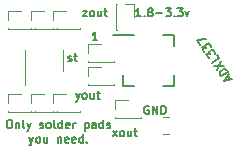
<source format=gto>
G04 #@! TF.GenerationSoftware,KiCad,Pcbnew,5.0.2+dfsg1-1~bpo9+1*
G04 #@! TF.CreationDate,2020-04-14T03:04:13-04:00*
G04 #@! TF.ProjectId,accel,61636365-6c2e-46b6-9963-61645f706362,0.10.a*
G04 #@! TF.SameCoordinates,Original*
G04 #@! TF.FileFunction,Legend,Top*
G04 #@! TF.FilePolarity,Positive*
%FSLAX46Y46*%
G04 Gerber Fmt 4.6, Leading zero omitted, Abs format (unit mm)*
G04 Created by KiCad (PCBNEW 5.0.2+dfsg1-1~bpo9+1) date Tue 14 Apr 2020 03:04:13 AM EDT*
%MOMM*%
%LPD*%
G01*
G04 APERTURE LIST*
%ADD10C,0.175000*%
%ADD11C,0.120000*%
%ADD12C,0.150000*%
%ADD13O,1.700000X1.700000*%
%ADD14O,1.000000X1.000000*%
%ADD15C,4.300000*%
%ADD16R,0.650000X1.560000*%
%ADD17O,2.000000X0.250000*%
%ADD18O,0.250000X2.000000*%
%ADD19C,0.975000*%
G04 APERTURE END LIST*
D10*
X42646666Y-64420000D02*
X42580000Y-64386666D01*
X42480000Y-64386666D01*
X42380000Y-64420000D01*
X42313333Y-64486666D01*
X42280000Y-64553333D01*
X42246666Y-64686666D01*
X42246666Y-64786666D01*
X42280000Y-64920000D01*
X42313333Y-64986666D01*
X42380000Y-65053333D01*
X42480000Y-65086666D01*
X42546666Y-65086666D01*
X42646666Y-65053333D01*
X42680000Y-65020000D01*
X42680000Y-64786666D01*
X42546666Y-64786666D01*
X42980000Y-65086666D02*
X42980000Y-64386666D01*
X43380000Y-65086666D01*
X43380000Y-64386666D01*
X43713333Y-65086666D02*
X43713333Y-64386666D01*
X43880000Y-64386666D01*
X43980000Y-64420000D01*
X44046666Y-64486666D01*
X44080000Y-64553333D01*
X44113333Y-64686666D01*
X44113333Y-64786666D01*
X44080000Y-64920000D01*
X44046666Y-64986666D01*
X43980000Y-65053333D01*
X43880000Y-65086666D01*
X43713333Y-65086666D01*
X41981666Y-56831666D02*
X41581666Y-56831666D01*
X41781666Y-56831666D02*
X41781666Y-56131666D01*
X41715000Y-56231666D01*
X41648333Y-56298333D01*
X41581666Y-56331666D01*
X42281666Y-56765000D02*
X42315000Y-56798333D01*
X42281666Y-56831666D01*
X42248333Y-56798333D01*
X42281666Y-56765000D01*
X42281666Y-56831666D01*
X42715000Y-56431666D02*
X42648333Y-56398333D01*
X42615000Y-56365000D01*
X42581666Y-56298333D01*
X42581666Y-56265000D01*
X42615000Y-56198333D01*
X42648333Y-56165000D01*
X42715000Y-56131666D01*
X42848333Y-56131666D01*
X42915000Y-56165000D01*
X42948333Y-56198333D01*
X42981666Y-56265000D01*
X42981666Y-56298333D01*
X42948333Y-56365000D01*
X42915000Y-56398333D01*
X42848333Y-56431666D01*
X42715000Y-56431666D01*
X42648333Y-56465000D01*
X42615000Y-56498333D01*
X42581666Y-56565000D01*
X42581666Y-56698333D01*
X42615000Y-56765000D01*
X42648333Y-56798333D01*
X42715000Y-56831666D01*
X42848333Y-56831666D01*
X42915000Y-56798333D01*
X42948333Y-56765000D01*
X42981666Y-56698333D01*
X42981666Y-56565000D01*
X42948333Y-56498333D01*
X42915000Y-56465000D01*
X42848333Y-56431666D01*
X43281666Y-56565000D02*
X43815000Y-56565000D01*
X44081666Y-56131666D02*
X44515000Y-56131666D01*
X44281666Y-56398333D01*
X44381666Y-56398333D01*
X44448333Y-56431666D01*
X44481666Y-56465000D01*
X44515000Y-56531666D01*
X44515000Y-56698333D01*
X44481666Y-56765000D01*
X44448333Y-56798333D01*
X44381666Y-56831666D01*
X44181666Y-56831666D01*
X44115000Y-56798333D01*
X44081666Y-56765000D01*
X44815000Y-56765000D02*
X44848333Y-56798333D01*
X44815000Y-56831666D01*
X44781666Y-56798333D01*
X44815000Y-56765000D01*
X44815000Y-56831666D01*
X45081666Y-56131666D02*
X45515000Y-56131666D01*
X45281666Y-56398333D01*
X45381666Y-56398333D01*
X45448333Y-56431666D01*
X45481666Y-56465000D01*
X45515000Y-56531666D01*
X45515000Y-56698333D01*
X45481666Y-56765000D01*
X45448333Y-56798333D01*
X45381666Y-56831666D01*
X45181666Y-56831666D01*
X45115000Y-56798333D01*
X45081666Y-56765000D01*
X45748333Y-56365000D02*
X45915000Y-56831666D01*
X46081666Y-56365000D01*
X37083333Y-56365000D02*
X37450000Y-56365000D01*
X37083333Y-56831666D01*
X37450000Y-56831666D01*
X37816666Y-56831666D02*
X37750000Y-56798333D01*
X37716666Y-56765000D01*
X37683333Y-56698333D01*
X37683333Y-56498333D01*
X37716666Y-56431666D01*
X37750000Y-56398333D01*
X37816666Y-56365000D01*
X37916666Y-56365000D01*
X37983333Y-56398333D01*
X38016666Y-56431666D01*
X38050000Y-56498333D01*
X38050000Y-56698333D01*
X38016666Y-56765000D01*
X37983333Y-56798333D01*
X37916666Y-56831666D01*
X37816666Y-56831666D01*
X38650000Y-56365000D02*
X38650000Y-56831666D01*
X38350000Y-56365000D02*
X38350000Y-56731666D01*
X38383333Y-56798333D01*
X38450000Y-56831666D01*
X38550000Y-56831666D01*
X38616666Y-56798333D01*
X38650000Y-56765000D01*
X38883333Y-56365000D02*
X39150000Y-56365000D01*
X38983333Y-56131666D02*
X38983333Y-56731666D01*
X39016666Y-56798333D01*
X39083333Y-56831666D01*
X39150000Y-56831666D01*
X39623333Y-66991666D02*
X39990000Y-66525000D01*
X39623333Y-66525000D02*
X39990000Y-66991666D01*
X40356666Y-66991666D02*
X40290000Y-66958333D01*
X40256666Y-66925000D01*
X40223333Y-66858333D01*
X40223333Y-66658333D01*
X40256666Y-66591666D01*
X40290000Y-66558333D01*
X40356666Y-66525000D01*
X40456666Y-66525000D01*
X40523333Y-66558333D01*
X40556666Y-66591666D01*
X40590000Y-66658333D01*
X40590000Y-66858333D01*
X40556666Y-66925000D01*
X40523333Y-66958333D01*
X40456666Y-66991666D01*
X40356666Y-66991666D01*
X41190000Y-66525000D02*
X41190000Y-66991666D01*
X40890000Y-66525000D02*
X40890000Y-66891666D01*
X40923333Y-66958333D01*
X40990000Y-66991666D01*
X41090000Y-66991666D01*
X41156666Y-66958333D01*
X41190000Y-66925000D01*
X41423333Y-66525000D02*
X41690000Y-66525000D01*
X41523333Y-66291666D02*
X41523333Y-66891666D01*
X41556666Y-66958333D01*
X41623333Y-66991666D01*
X41690000Y-66991666D01*
X36465000Y-63350000D02*
X36631666Y-63816666D01*
X36798333Y-63350000D02*
X36631666Y-63816666D01*
X36565000Y-63983333D01*
X36531666Y-64016666D01*
X36465000Y-64050000D01*
X37165000Y-63816666D02*
X37098333Y-63783333D01*
X37065000Y-63750000D01*
X37031666Y-63683333D01*
X37031666Y-63483333D01*
X37065000Y-63416666D01*
X37098333Y-63383333D01*
X37165000Y-63350000D01*
X37265000Y-63350000D01*
X37331666Y-63383333D01*
X37365000Y-63416666D01*
X37398333Y-63483333D01*
X37398333Y-63683333D01*
X37365000Y-63750000D01*
X37331666Y-63783333D01*
X37265000Y-63816666D01*
X37165000Y-63816666D01*
X37998333Y-63350000D02*
X37998333Y-63816666D01*
X37698333Y-63350000D02*
X37698333Y-63716666D01*
X37731666Y-63783333D01*
X37798333Y-63816666D01*
X37898333Y-63816666D01*
X37965000Y-63783333D01*
X37998333Y-63750000D01*
X38231666Y-63350000D02*
X38498333Y-63350000D01*
X38331666Y-63116666D02*
X38331666Y-63716666D01*
X38365000Y-63783333D01*
X38431666Y-63816666D01*
X38498333Y-63816666D01*
X35845000Y-60608333D02*
X35911666Y-60641666D01*
X36045000Y-60641666D01*
X36111666Y-60608333D01*
X36145000Y-60541666D01*
X36145000Y-60508333D01*
X36111666Y-60441666D01*
X36045000Y-60408333D01*
X35945000Y-60408333D01*
X35878333Y-60375000D01*
X35845000Y-60308333D01*
X35845000Y-60275000D01*
X35878333Y-60208333D01*
X35945000Y-60175000D01*
X36045000Y-60175000D01*
X36111666Y-60208333D01*
X36345000Y-60175000D02*
X36611666Y-60175000D01*
X36445000Y-59941666D02*
X36445000Y-60541666D01*
X36478333Y-60608333D01*
X36545000Y-60641666D01*
X36611666Y-60641666D01*
X49534752Y-62166563D02*
X49350773Y-61888601D01*
X49738325Y-62111768D02*
X49025819Y-62303551D01*
X49480754Y-61722622D01*
X49351969Y-61528048D02*
X48768249Y-61914404D01*
X48676259Y-61775423D01*
X48648862Y-61673637D01*
X48667658Y-61581248D01*
X48704853Y-61516656D01*
X48797640Y-61415269D01*
X48881028Y-61360075D01*
X49010611Y-61314280D01*
X49084601Y-61305280D01*
X49176989Y-61324077D01*
X49259979Y-61389067D01*
X49351969Y-61528048D01*
X48418689Y-61386276D02*
X48744838Y-60610774D01*
X48161118Y-60997130D02*
X49002409Y-60999921D01*
X48413676Y-60110442D02*
X48597655Y-60388404D01*
X48013935Y-60774760D01*
X47737966Y-60357817D02*
X47498794Y-59996467D01*
X47849949Y-60043857D01*
X47794755Y-59960468D01*
X47785755Y-59886478D01*
X47795154Y-59840284D01*
X47832348Y-59775692D01*
X47971329Y-59683702D01*
X48045319Y-59674703D01*
X48091513Y-59684101D01*
X48156105Y-59721296D01*
X48266493Y-59888073D01*
X48275492Y-59962063D01*
X48266094Y-60008257D01*
X47370008Y-59801893D02*
X47130836Y-59440543D01*
X47481991Y-59487933D01*
X47426797Y-59404544D01*
X47417797Y-59330554D01*
X47427196Y-59284360D01*
X47464390Y-59219768D01*
X47603371Y-59127779D01*
X47677361Y-59118779D01*
X47723555Y-59128177D01*
X47788147Y-59165372D01*
X47898535Y-59332149D01*
X47907534Y-59406139D01*
X47898136Y-59452333D01*
X47002050Y-59245969D02*
X46744480Y-58856823D01*
X47493781Y-58720633D01*
X30797233Y-65590266D02*
X30930566Y-65590266D01*
X30997233Y-65623600D01*
X31063900Y-65690266D01*
X31097233Y-65823600D01*
X31097233Y-66056933D01*
X31063900Y-66190266D01*
X30997233Y-66256933D01*
X30930566Y-66290266D01*
X30797233Y-66290266D01*
X30730566Y-66256933D01*
X30663900Y-66190266D01*
X30630566Y-66056933D01*
X30630566Y-65823600D01*
X30663900Y-65690266D01*
X30730566Y-65623600D01*
X30797233Y-65590266D01*
X31397233Y-65823600D02*
X31397233Y-66290266D01*
X31397233Y-65890266D02*
X31430566Y-65856933D01*
X31497233Y-65823600D01*
X31597233Y-65823600D01*
X31663900Y-65856933D01*
X31697233Y-65923600D01*
X31697233Y-66290266D01*
X32130566Y-66290266D02*
X32063900Y-66256933D01*
X32030566Y-66190266D01*
X32030566Y-65590266D01*
X32330566Y-65823600D02*
X32497233Y-66290266D01*
X32663900Y-65823600D02*
X32497233Y-66290266D01*
X32430566Y-66456933D01*
X32397233Y-66490266D01*
X32330566Y-66523600D01*
X33430566Y-66256933D02*
X33497233Y-66290266D01*
X33630566Y-66290266D01*
X33697233Y-66256933D01*
X33730566Y-66190266D01*
X33730566Y-66156933D01*
X33697233Y-66090266D01*
X33630566Y-66056933D01*
X33530566Y-66056933D01*
X33463899Y-66023600D01*
X33430566Y-65956933D01*
X33430566Y-65923600D01*
X33463899Y-65856933D01*
X33530566Y-65823600D01*
X33630566Y-65823600D01*
X33697233Y-65856933D01*
X34130566Y-66290266D02*
X34063900Y-66256933D01*
X34030566Y-66223600D01*
X33997233Y-66156933D01*
X33997233Y-65956933D01*
X34030566Y-65890266D01*
X34063900Y-65856933D01*
X34130566Y-65823600D01*
X34230566Y-65823600D01*
X34297233Y-65856933D01*
X34330566Y-65890266D01*
X34363900Y-65956933D01*
X34363900Y-66156933D01*
X34330566Y-66223600D01*
X34297233Y-66256933D01*
X34230566Y-66290266D01*
X34130566Y-66290266D01*
X34763900Y-66290266D02*
X34697233Y-66256933D01*
X34663900Y-66190266D01*
X34663900Y-65590266D01*
X35330566Y-66290266D02*
X35330566Y-65590266D01*
X35330566Y-66256933D02*
X35263900Y-66290266D01*
X35130566Y-66290266D01*
X35063900Y-66256933D01*
X35030566Y-66223600D01*
X34997233Y-66156933D01*
X34997233Y-65956933D01*
X35030566Y-65890266D01*
X35063900Y-65856933D01*
X35130566Y-65823600D01*
X35263900Y-65823600D01*
X35330566Y-65856933D01*
X35930566Y-66256933D02*
X35863900Y-66290266D01*
X35730566Y-66290266D01*
X35663900Y-66256933D01*
X35630566Y-66190266D01*
X35630566Y-65923600D01*
X35663900Y-65856933D01*
X35730566Y-65823600D01*
X35863900Y-65823600D01*
X35930566Y-65856933D01*
X35963900Y-65923600D01*
X35963900Y-65990266D01*
X35630566Y-66056933D01*
X36263900Y-66290266D02*
X36263900Y-65823600D01*
X36263900Y-65956933D02*
X36297233Y-65890266D01*
X36330566Y-65856933D01*
X36397233Y-65823600D01*
X36463900Y-65823600D01*
X37230566Y-65823600D02*
X37230566Y-66523600D01*
X37230566Y-65856933D02*
X37297233Y-65823600D01*
X37430566Y-65823600D01*
X37497233Y-65856933D01*
X37530566Y-65890266D01*
X37563900Y-65956933D01*
X37563900Y-66156933D01*
X37530566Y-66223600D01*
X37497233Y-66256933D01*
X37430566Y-66290266D01*
X37297233Y-66290266D01*
X37230566Y-66256933D01*
X38163900Y-66290266D02*
X38163900Y-65923600D01*
X38130566Y-65856933D01*
X38063900Y-65823600D01*
X37930566Y-65823600D01*
X37863900Y-65856933D01*
X38163900Y-66256933D02*
X38097233Y-66290266D01*
X37930566Y-66290266D01*
X37863900Y-66256933D01*
X37830566Y-66190266D01*
X37830566Y-66123600D01*
X37863900Y-66056933D01*
X37930566Y-66023600D01*
X38097233Y-66023600D01*
X38163900Y-65990266D01*
X38797233Y-66290266D02*
X38797233Y-65590266D01*
X38797233Y-66256933D02*
X38730566Y-66290266D01*
X38597233Y-66290266D01*
X38530566Y-66256933D01*
X38497233Y-66223600D01*
X38463900Y-66156933D01*
X38463900Y-65956933D01*
X38497233Y-65890266D01*
X38530566Y-65856933D01*
X38597233Y-65823600D01*
X38730566Y-65823600D01*
X38797233Y-65856933D01*
X39097233Y-66256933D02*
X39163900Y-66290266D01*
X39297233Y-66290266D01*
X39363900Y-66256933D01*
X39397233Y-66190266D01*
X39397233Y-66156933D01*
X39363900Y-66090266D01*
X39297233Y-66056933D01*
X39197233Y-66056933D01*
X39130566Y-66023600D01*
X39097233Y-65956933D01*
X39097233Y-65923600D01*
X39130566Y-65856933D01*
X39197233Y-65823600D01*
X39297233Y-65823600D01*
X39363900Y-65856933D01*
X32547233Y-67048600D02*
X32713900Y-67515266D01*
X32880566Y-67048600D02*
X32713900Y-67515266D01*
X32647233Y-67681933D01*
X32613900Y-67715266D01*
X32547233Y-67748600D01*
X33247233Y-67515266D02*
X33180566Y-67481933D01*
X33147233Y-67448600D01*
X33113900Y-67381933D01*
X33113900Y-67181933D01*
X33147233Y-67115266D01*
X33180566Y-67081933D01*
X33247233Y-67048600D01*
X33347233Y-67048600D01*
X33413900Y-67081933D01*
X33447233Y-67115266D01*
X33480566Y-67181933D01*
X33480566Y-67381933D01*
X33447233Y-67448600D01*
X33413900Y-67481933D01*
X33347233Y-67515266D01*
X33247233Y-67515266D01*
X34080566Y-67048600D02*
X34080566Y-67515266D01*
X33780566Y-67048600D02*
X33780566Y-67415266D01*
X33813900Y-67481933D01*
X33880566Y-67515266D01*
X33980566Y-67515266D01*
X34047233Y-67481933D01*
X34080566Y-67448600D01*
X34947233Y-67048600D02*
X34947233Y-67515266D01*
X34947233Y-67115266D02*
X34980566Y-67081933D01*
X35047233Y-67048600D01*
X35147233Y-67048600D01*
X35213900Y-67081933D01*
X35247233Y-67148600D01*
X35247233Y-67515266D01*
X35847233Y-67481933D02*
X35780566Y-67515266D01*
X35647233Y-67515266D01*
X35580566Y-67481933D01*
X35547233Y-67415266D01*
X35547233Y-67148600D01*
X35580566Y-67081933D01*
X35647233Y-67048600D01*
X35780566Y-67048600D01*
X35847233Y-67081933D01*
X35880566Y-67148600D01*
X35880566Y-67215266D01*
X35547233Y-67281933D01*
X36447233Y-67481933D02*
X36380566Y-67515266D01*
X36247233Y-67515266D01*
X36180566Y-67481933D01*
X36147233Y-67415266D01*
X36147233Y-67148600D01*
X36180566Y-67081933D01*
X36247233Y-67048600D01*
X36380566Y-67048600D01*
X36447233Y-67081933D01*
X36480566Y-67148600D01*
X36480566Y-67215266D01*
X36147233Y-67281933D01*
X37080566Y-67515266D02*
X37080566Y-66815266D01*
X37080566Y-67481933D02*
X37013900Y-67515266D01*
X36880566Y-67515266D01*
X36813900Y-67481933D01*
X36780566Y-67448600D01*
X36747233Y-67381933D01*
X36747233Y-67181933D01*
X36780566Y-67115266D01*
X36813900Y-67081933D01*
X36880566Y-67048600D01*
X37013900Y-67048600D01*
X37080566Y-67081933D01*
X37413900Y-67448600D02*
X37447233Y-67481933D01*
X37413900Y-67515266D01*
X37380566Y-67481933D01*
X37413900Y-67448600D01*
X37413900Y-67515266D01*
X38300000Y-58863666D02*
X37900000Y-58863666D01*
X38100000Y-58863666D02*
X38100000Y-58163666D01*
X38033333Y-58263666D01*
X37966666Y-58330333D01*
X37900000Y-58363666D01*
D11*
G04 #@! TO.C,REF\002A\002A*
X37498000Y-60704000D02*
X39718000Y-60704000D01*
X37498000Y-60704000D02*
X37498000Y-60639000D01*
X39718000Y-60704000D02*
X39718000Y-60639000D01*
X37498000Y-60704000D02*
X38044529Y-60704000D01*
X39171471Y-60704000D02*
X39718000Y-60704000D01*
X37498000Y-59944000D02*
X37498000Y-59184000D01*
X37498000Y-59184000D02*
X38608000Y-59184000D01*
X41400000Y-55786000D02*
X41400000Y-56896000D01*
X40640000Y-55786000D02*
X41400000Y-55786000D01*
X39880000Y-57459471D02*
X39880000Y-58006000D01*
X39880000Y-55786000D02*
X39880000Y-56332529D01*
X39880000Y-58006000D02*
X39945000Y-58006000D01*
X39880000Y-55786000D02*
X39945000Y-55786000D01*
X39880000Y-55786000D02*
X39880000Y-58006000D01*
X39784000Y-65403000D02*
X42004000Y-65403000D01*
X39784000Y-65403000D02*
X39784000Y-65338000D01*
X42004000Y-65403000D02*
X42004000Y-65338000D01*
X39784000Y-65403000D02*
X40330529Y-65403000D01*
X41457471Y-65403000D02*
X42004000Y-65403000D01*
X39784000Y-64643000D02*
X39784000Y-63883000D01*
X39784000Y-63883000D02*
X40894000Y-63883000D01*
X37498000Y-62609000D02*
X39718000Y-62609000D01*
X37498000Y-62609000D02*
X37498000Y-62544000D01*
X39718000Y-62609000D02*
X39718000Y-62544000D01*
X37498000Y-62609000D02*
X38044529Y-62609000D01*
X39171471Y-62609000D02*
X39718000Y-62609000D01*
X37498000Y-61849000D02*
X37498000Y-61089000D01*
X37498000Y-61089000D02*
X38608000Y-61089000D01*
X34577000Y-56390000D02*
X35687000Y-56390000D01*
X34577000Y-57150000D02*
X34577000Y-56390000D01*
X36250471Y-57910000D02*
X36797000Y-57910000D01*
X34577000Y-57910000D02*
X35123529Y-57910000D01*
X36797000Y-57910000D02*
X36797000Y-57845000D01*
X34577000Y-57910000D02*
X34577000Y-57845000D01*
X34577000Y-57910000D02*
X36797000Y-57910000D01*
X32672000Y-57910000D02*
X34892000Y-57910000D01*
X32672000Y-57910000D02*
X32672000Y-57845000D01*
X34892000Y-57910000D02*
X34892000Y-57845000D01*
X32672000Y-57910000D02*
X33218529Y-57910000D01*
X34345471Y-57910000D02*
X34892000Y-57910000D01*
X32672000Y-57150000D02*
X32672000Y-56390000D01*
X32672000Y-56390000D02*
X33782000Y-56390000D01*
X30767000Y-56390000D02*
X31877000Y-56390000D01*
X30767000Y-57150000D02*
X30767000Y-56390000D01*
X32440471Y-57910000D02*
X32987000Y-57910000D01*
X30767000Y-57910000D02*
X31313529Y-57910000D01*
X32987000Y-57910000D02*
X32987000Y-57845000D01*
X30767000Y-57910000D02*
X30767000Y-57845000D01*
X30767000Y-57910000D02*
X32987000Y-57910000D01*
X34577000Y-64895000D02*
X36797000Y-64895000D01*
X34577000Y-64895000D02*
X34577000Y-64830000D01*
X36797000Y-64895000D02*
X36797000Y-64830000D01*
X34577000Y-64895000D02*
X35123529Y-64895000D01*
X36250471Y-64895000D02*
X36797000Y-64895000D01*
X34577000Y-64135000D02*
X34577000Y-63375000D01*
X34577000Y-63375000D02*
X35687000Y-63375000D01*
X32672000Y-63375000D02*
X33782000Y-63375000D01*
X32672000Y-64135000D02*
X32672000Y-63375000D01*
X34345471Y-64895000D02*
X34892000Y-64895000D01*
X32672000Y-64895000D02*
X33218529Y-64895000D01*
X34892000Y-64895000D02*
X34892000Y-64830000D01*
X32672000Y-64895000D02*
X32672000Y-64830000D01*
X32672000Y-64895000D02*
X34892000Y-64895000D01*
X30767000Y-64895000D02*
X32987000Y-64895000D01*
X30767000Y-64895000D02*
X30767000Y-64830000D01*
X32987000Y-64895000D02*
X32987000Y-64830000D01*
X30767000Y-64895000D02*
X31313529Y-64895000D01*
X32440471Y-64895000D02*
X32987000Y-64895000D01*
X30767000Y-64135000D02*
X30767000Y-63375000D01*
X30767000Y-63375000D02*
X31877000Y-63375000D01*
X32172000Y-59679000D02*
X32172000Y-62629000D01*
X35392000Y-61479000D02*
X35392000Y-59679000D01*
D12*
G04 #@! TO.C,REF353*
X43890000Y-58425000D02*
X44790000Y-58425000D01*
X44790000Y-58425000D02*
X44790000Y-59325000D01*
X43890000Y-62725000D02*
X44790000Y-62725000D01*
X44790000Y-62725000D02*
X44790000Y-61825000D01*
X41390000Y-62725000D02*
X40490000Y-62725000D01*
X40490000Y-62725000D02*
X40490000Y-61825000D01*
X41390000Y-58425000D02*
X39640000Y-58425000D01*
D11*
G04 #@! TO.C,REF\002A\002A*
X43858922Y-66750000D02*
X44376078Y-66750000D01*
X43858922Y-65330000D02*
X44376078Y-65330000D01*
G04 #@! TD*
%LPC*%
D13*
G04 #@! TO.C,REF\002A\002A*
X33020000Y-69215000D03*
G04 #@! TD*
G04 #@! TO.C,REF\002A\002A*
X35560000Y-69215000D03*
G04 #@! TD*
G04 #@! TO.C,REF\002A\002A*
X45720000Y-69215000D03*
G04 #@! TD*
G04 #@! TO.C,REF\002A\002A*
X43180000Y-69215000D03*
G04 #@! TD*
G04 #@! TO.C,REF\002A\002A*
X40640000Y-69215000D03*
G04 #@! TD*
D14*
G04 #@! TO.C,REF\002A\002A*
X38608000Y-59944000D03*
G04 #@! TD*
G04 #@! TO.C,REF\002A\002A*
X40640000Y-56896000D03*
G04 #@! TD*
G04 #@! TO.C,REF\002A\002A*
X40894000Y-64643000D03*
G04 #@! TD*
G04 #@! TO.C,REF\002A\002A*
X38608000Y-61849000D03*
G04 #@! TD*
G04 #@! TO.C,REF\002A\002A*
X35687000Y-57150000D03*
G04 #@! TD*
G04 #@! TO.C,REF\002A\002A*
X33782000Y-57150000D03*
G04 #@! TD*
G04 #@! TO.C,REF\002A\002A*
X31877000Y-57150000D03*
G04 #@! TD*
G04 #@! TO.C,REF\002A\002A*
X35687000Y-64135000D03*
G04 #@! TD*
G04 #@! TO.C,REF\002A\002A*
X33782000Y-64135000D03*
G04 #@! TD*
G04 #@! TO.C,REF\002A\002A*
X31877000Y-64135000D03*
G04 #@! TD*
D15*
G04 #@! TO.C,REF\002A\002A*
X49022000Y-65786000D03*
G04 #@! TD*
D16*
G04 #@! TO.C,REF\002A\002A*
X33782000Y-59229000D03*
X32832000Y-59229000D03*
X34732000Y-59229000D03*
X34732000Y-61929000D03*
X33782000Y-61929000D03*
X32832000Y-61929000D03*
G04 #@! TD*
D17*
G04 #@! TO.C,REF353*
X40640000Y-59825000D03*
X40640000Y-60325000D03*
X40640000Y-60825000D03*
X40640000Y-61325000D03*
D18*
X41890000Y-62575000D03*
X42390000Y-62575000D03*
X42890000Y-62575000D03*
X43390000Y-62575000D03*
D17*
X44640000Y-61325000D03*
X44640000Y-60825000D03*
X44640000Y-60325000D03*
X44640000Y-59825000D03*
D18*
X43390000Y-58575000D03*
X42890000Y-58575000D03*
X42390000Y-58575000D03*
X41890000Y-58575000D03*
G04 #@! TD*
D13*
G04 #@! TO.C,REF\002A\002A*
X38100000Y-69215000D03*
G04 #@! TD*
D12*
G04 #@! TO.C,REF\002A\002A*
G36*
X45322642Y-65341174D02*
X45346303Y-65344684D01*
X45369507Y-65350496D01*
X45392029Y-65358554D01*
X45413653Y-65368782D01*
X45434170Y-65381079D01*
X45453383Y-65395329D01*
X45471107Y-65411393D01*
X45487171Y-65429117D01*
X45501421Y-65448330D01*
X45513718Y-65468847D01*
X45523946Y-65490471D01*
X45532004Y-65512993D01*
X45537816Y-65536197D01*
X45541326Y-65559858D01*
X45542500Y-65583750D01*
X45542500Y-66496250D01*
X45541326Y-66520142D01*
X45537816Y-66543803D01*
X45532004Y-66567007D01*
X45523946Y-66589529D01*
X45513718Y-66611153D01*
X45501421Y-66631670D01*
X45487171Y-66650883D01*
X45471107Y-66668607D01*
X45453383Y-66684671D01*
X45434170Y-66698921D01*
X45413653Y-66711218D01*
X45392029Y-66721446D01*
X45369507Y-66729504D01*
X45346303Y-66735316D01*
X45322642Y-66738826D01*
X45298750Y-66740000D01*
X44811250Y-66740000D01*
X44787358Y-66738826D01*
X44763697Y-66735316D01*
X44740493Y-66729504D01*
X44717971Y-66721446D01*
X44696347Y-66711218D01*
X44675830Y-66698921D01*
X44656617Y-66684671D01*
X44638893Y-66668607D01*
X44622829Y-66650883D01*
X44608579Y-66631670D01*
X44596282Y-66611153D01*
X44586054Y-66589529D01*
X44577996Y-66567007D01*
X44572184Y-66543803D01*
X44568674Y-66520142D01*
X44567500Y-66496250D01*
X44567500Y-65583750D01*
X44568674Y-65559858D01*
X44572184Y-65536197D01*
X44577996Y-65512993D01*
X44586054Y-65490471D01*
X44596282Y-65468847D01*
X44608579Y-65448330D01*
X44622829Y-65429117D01*
X44638893Y-65411393D01*
X44656617Y-65395329D01*
X44675830Y-65381079D01*
X44696347Y-65368782D01*
X44717971Y-65358554D01*
X44740493Y-65350496D01*
X44763697Y-65344684D01*
X44787358Y-65341174D01*
X44811250Y-65340000D01*
X45298750Y-65340000D01*
X45322642Y-65341174D01*
X45322642Y-65341174D01*
G37*
D19*
X45055000Y-66040000D03*
D12*
G36*
X43447642Y-65341174D02*
X43471303Y-65344684D01*
X43494507Y-65350496D01*
X43517029Y-65358554D01*
X43538653Y-65368782D01*
X43559170Y-65381079D01*
X43578383Y-65395329D01*
X43596107Y-65411393D01*
X43612171Y-65429117D01*
X43626421Y-65448330D01*
X43638718Y-65468847D01*
X43648946Y-65490471D01*
X43657004Y-65512993D01*
X43662816Y-65536197D01*
X43666326Y-65559858D01*
X43667500Y-65583750D01*
X43667500Y-66496250D01*
X43666326Y-66520142D01*
X43662816Y-66543803D01*
X43657004Y-66567007D01*
X43648946Y-66589529D01*
X43638718Y-66611153D01*
X43626421Y-66631670D01*
X43612171Y-66650883D01*
X43596107Y-66668607D01*
X43578383Y-66684671D01*
X43559170Y-66698921D01*
X43538653Y-66711218D01*
X43517029Y-66721446D01*
X43494507Y-66729504D01*
X43471303Y-66735316D01*
X43447642Y-66738826D01*
X43423750Y-66740000D01*
X42936250Y-66740000D01*
X42912358Y-66738826D01*
X42888697Y-66735316D01*
X42865493Y-66729504D01*
X42842971Y-66721446D01*
X42821347Y-66711218D01*
X42800830Y-66698921D01*
X42781617Y-66684671D01*
X42763893Y-66668607D01*
X42747829Y-66650883D01*
X42733579Y-66631670D01*
X42721282Y-66611153D01*
X42711054Y-66589529D01*
X42702996Y-66567007D01*
X42697184Y-66543803D01*
X42693674Y-66520142D01*
X42692500Y-66496250D01*
X42692500Y-65583750D01*
X42693674Y-65559858D01*
X42697184Y-65536197D01*
X42702996Y-65512993D01*
X42711054Y-65490471D01*
X42721282Y-65468847D01*
X42733579Y-65448330D01*
X42747829Y-65429117D01*
X42763893Y-65411393D01*
X42781617Y-65395329D01*
X42800830Y-65381079D01*
X42821347Y-65368782D01*
X42842971Y-65358554D01*
X42865493Y-65350496D01*
X42888697Y-65344684D01*
X42912358Y-65341174D01*
X42936250Y-65340000D01*
X43423750Y-65340000D01*
X43447642Y-65341174D01*
X43447642Y-65341174D01*
G37*
D19*
X43180000Y-66040000D03*
G04 #@! TD*
M02*

</source>
